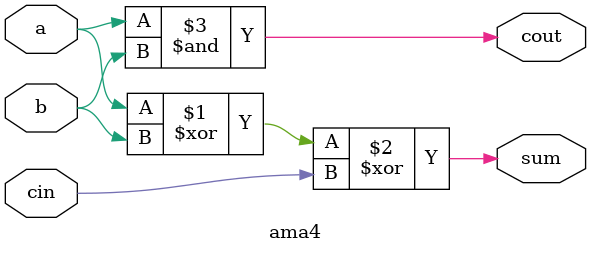
<source format=v>
module ama4 (a, b, cin, sum, cout);

input a, b, cin;
output sum, cout;

assign sum = a ^ b ^cin;
assign cout = a & b;
    
endmodule
</source>
